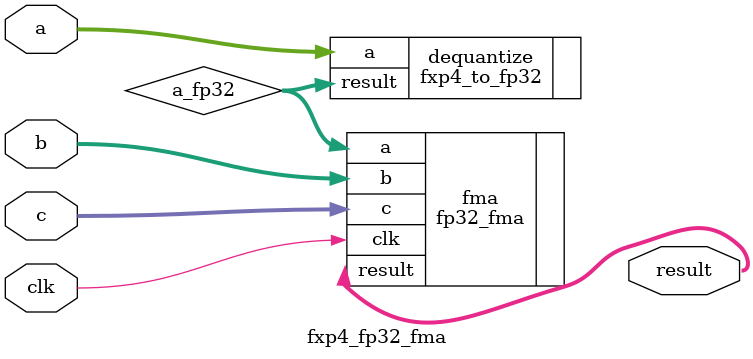
<source format=v>
module fxp4_fp32_fma (
  input clk,
  input [3:0] a,
  input [31:0] b,
  input [31:0] c,
  output [31:0] result
);

  wire [31:0] a_fp32;

  fxp4_to_fp32 dequantize (.a(a), .result(a_fp32));
  fp32_fma fma (.clk(clk), .a(a_fp32), .b(b), .c(c), .result(result));


endmodule

</source>
